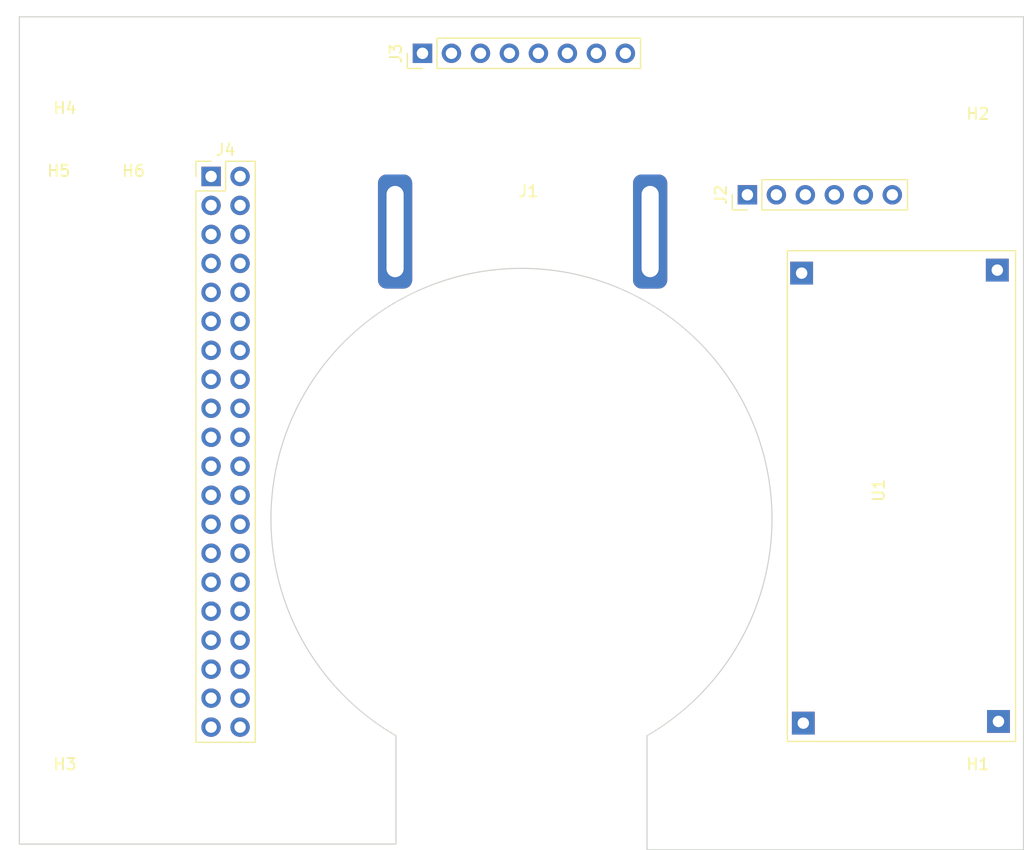
<source format=kicad_pcb>
(kicad_pcb (version 20211014) (generator pcbnew)
  (layers (0 "F.Cu" signal) (31 "B.Cu" signal) (34 "B.Paste" user) (35 "F.Paste" user) (36 "B.SilkS" user "B.Silkscreen") (37 "F.SilkS" user "F.Silkscreen") (38 "B.Mask" user) (39 "F.Mask" user) (44 "Edge.Cuts" user))
  (net 0 "")
  (net 35 "GND")
  (net 36 "VCC")
  (net 37 "/3.3V")
  (net 38 "/SCL")
  (net 39 "/SDA")
  (net 40 "/brake")
  (net 41 "/PWM")
  (net 42 "/CW{slash}CCW")
  (net 43 "/CHB")
  (net 44 "/CHA")
  (net 45 "/5VB")
  (footprint "Connector_PinHeader_2.54mm:PinHeader_2x20_P2.54mm_Vertical" (layer "F.Cu") (at 111.8 58.99)
    (fp_text reference "J4" (at 1.27 -2.33) (layer "F.SilkS"))
    (fp_text value "Conn_02x20_Odd_Even")
    (fp_line (start -1.33 1.27) (end -1.33 49.59) (layer "F.SilkS") (width 0.12))
    (fp_line (start -1.33 0) (end -1.33 -1.33) (layer "F.SilkS") (width 0.12))
    (fp_line (start -1.33 -1.33) (end 0 -1.33) (layer "F.SilkS") (width 0.12))
    (fp_line (start 1.27 1.27) (end 1.27 -1.33) (layer "F.SilkS") (width 0.12))
    (fp_line (start 3.87 -1.33) (end 3.87 49.59) (layer "F.SilkS") (width 0.12))
    (fp_line (start -1.33 49.59) (end 3.87 49.59) (layer "F.SilkS") (width 0.12))
    (fp_line (start 1.27 -1.33) (end 3.87 -1.33) (layer "F.SilkS") (width 0.12))
    (fp_line (start -1.33 1.27) (end 1.27 1.27) (layer "F.SilkS") (width 0.12))
    (pad "1" thru_hole rect (at 0 0) (size 1.7 1.7) (drill 1) (layers *.Cu *.Mask) (net 37 "/3.3V"))
    (pad "2" thru_hole oval (at 2.54 0) (size 1.7 1.7) (drill 1) (layers *.Cu *.Mask) (net 45 "/5VB"))
    (pad "3" thru_hole oval (at 0 2.54) (size 1.7 1.7) (drill 1) (layers *.Cu *.Mask) (net 39 "/SDA"))
    (pad "4" thru_hole oval (at 2.54 2.54) (size 1.7 1.7) (drill 1) (layers *.Cu *.Mask))
    (pad "5" thru_hole oval (at 0 5.08) (size 1.7 1.7) (drill 1) (layers *.Cu *.Mask) (net 38 "/SCL"))
    (pad "6" thru_hole oval (at 2.54 5.08) (size 1.7 1.7) (drill 1) (layers *.Cu *.Mask))
    (pad "7" thru_hole oval (at 0 7.62) (size 1.7 1.7) (drill 1) (layers *.Cu *.Mask))
    (pad "8" thru_hole oval (at 2.54 7.62) (size 1.7 1.7) (drill 1) (layers *.Cu *.Mask))
    (pad "9" thru_hole oval (at 0 10.16) (size 1.7 1.7) (drill 1) (layers *.Cu *.Mask))
    (pad "10" thru_hole oval (at 2.54 10.16) (size 1.7 1.7) (drill 1) (layers *.Cu *.Mask))
    (pad "11" thru_hole oval (at 0 12.7) (size 1.7 1.7) (drill 1) (layers *.Cu *.Mask))
    (pad "12" thru_hole oval (at 2.54 12.7) (size 1.7 1.7) (drill 1) (layers *.Cu *.Mask))
    (pad "13" thru_hole oval (at 0 15.24) (size 1.7 1.7) (drill 1) (layers *.Cu *.Mask))
    (pad "14" thru_hole oval (at 2.54 15.24) (size 1.7 1.7) (drill 1) (layers *.Cu *.Mask))
    (pad "15" thru_hole oval (at 0 17.78) (size 1.7 1.7) (drill 1) (layers *.Cu *.Mask))
    (pad "16" thru_hole oval (at 2.54 17.78) (size 1.7 1.7) (drill 1) (layers *.Cu *.Mask))
    (pad "17" thru_hole oval (at 0 20.32) (size 1.7 1.7) (drill 1) (layers *.Cu *.Mask))
    (pad "18" thru_hole oval (at 2.54 20.32) (size 1.7 1.7) (drill 1) (layers *.Cu *.Mask))
    (pad "19" thru_hole oval (at 0 22.86) (size 1.7 1.7) (drill 1) (layers *.Cu *.Mask))
    (pad "20" thru_hole oval (at 2.54 22.86) (size 1.7 1.7) (drill 1) (layers *.Cu *.Mask))
    (pad "21" thru_hole oval (at 0 25.4) (size 1.7 1.7) (drill 1) (layers *.Cu *.Mask))
    (pad "22" thru_hole oval (at 2.54 25.4) (size 1.7 1.7) (drill 1) (layers *.Cu *.Mask))
    (pad "23" thru_hole oval (at 0 27.94) (size 1.7 1.7) (drill 1) (layers *.Cu *.Mask))
    (pad "24" thru_hole oval (at 2.54 27.94) (size 1.7 1.7) (drill 1) (layers *.Cu *.Mask))
    (pad "25" thru_hole oval (at 0 30.48) (size 1.7 1.7) (drill 1) (layers *.Cu *.Mask))
    (pad "26" thru_hole oval (at 2.54 30.48) (size 1.7 1.7) (drill 1) (layers *.Cu *.Mask))
    (pad "27" thru_hole oval (at 0 33.02) (size 1.7 1.7) (drill 1) (layers *.Cu *.Mask))
    (pad "28" thru_hole oval (at 2.54 33.02) (size 1.7 1.7) (drill 1) (layers *.Cu *.Mask))
    (pad "29" thru_hole oval (at 0 35.56) (size 1.7 1.7) (drill 1) (layers *.Cu *.Mask) (net 40 "/brake"))
    (pad "30" thru_hole oval (at 2.54 35.56) (size 1.7 1.7) (drill 1) (layers *.Cu *.Mask))
    (pad "31" thru_hole oval (at 0 38.1) (size 1.7 1.7) (drill 1) (layers *.Cu *.Mask) (net 42 "/CW{slash}CCW"))
    (pad "32" thru_hole oval (at 2.54 38.1) (size 1.7 1.7) (drill 1) (layers *.Cu *.Mask) (net 41 "/PWM"))
    (pad "33" thru_hole oval (at 0 40.64) (size 1.7 1.7) (drill 1) (layers *.Cu *.Mask) (net 43 "/CHB"))
    (pad "34" thru_hole oval (at 2.54 40.64) (size 1.7 1.7) (drill 1) (layers *.Cu *.Mask))
    (pad "35" thru_hole oval (at 0 43.18) (size 1.7 1.7) (drill 1) (layers *.Cu *.Mask) (net 44 "/CHA"))
    (pad "36" thru_hole oval (at 2.54 43.18) (size 1.7 1.7) (drill 1) (layers *.Cu *.Mask))
    (pad "37" thru_hole oval (at 0 45.72) (size 1.7 1.7) (drill 1) (layers *.Cu *.Mask))
    (pad "38" thru_hole oval (at 2.54 45.72) (size 1.7 1.7) (drill 1) (layers *.Cu *.Mask))
    (pad "39" thru_hole oval (at 0 48.26) (size 1.7 1.7) (drill 1) (layers *.Cu *.Mask))
    (pad "40" thru_hole oval (at 2.54 48.26) (size 1.7 1.7) (drill 1) (layers *.Cu *.Mask))
  )
  (footprint "cube:24V_Li_batt" (layer "F.Cu") (at 129.956 58.231)
    (fp_text reference "J1" (at 9.652 2.056 unlocked) (layer "F.SilkS"))
    (fp_text value "Li 24V Battery")
    (pad "GND" thru_hole roundrect (at 20.32 5.588) (size 3 10) (drill oval 1.5 8) (layers *.Cu *.Mask) (net 35 "GND"))
    (pad "VCC" thru_hole roundrect (at -2.032 5.588) (size 3 10) (drill oval 1.5 8) (layers *.Cu *.Mask) (net 36 "VCC"))
  )
  (footprint "Connector_PinHeader_2.54mm:PinHeader_1x06_P2.54mm_Vertical" (layer "F.Cu") (at 158.8 60.6 90)
    (fp_text reference "J2" (at 0 -2.33 90) (layer "F.SilkS"))
    (fp_text value "MPU 6050")
    (fp_line (start 1.33 1.27) (end 1.33 14.03) (layer "F.SilkS") (width 0.12))
    (fp_line (start -1.33 0) (end -1.33 -1.33) (layer "F.SilkS") (width 0.12))
    (fp_line (start -1.33 1.27) (end -1.33 14.03) (layer "F.SilkS") (width 0.12))
    (fp_line (start -1.33 14.03) (end 1.33 14.03) (layer "F.SilkS") (width 0.12))
    (fp_line (start -1.33 -1.33) (end 0 -1.33) (layer "F.SilkS") (width 0.12))
    (fp_line (start -1.33 1.27) (end 1.33 1.27) (layer "F.SilkS") (width 0.12))
    (pad "1" thru_hole rect (at 0 0 90) (size 1.7 1.7) (drill 1) (layers *.Cu *.Mask) (net 37 "/3.3V"))
    (pad "2" thru_hole oval (at 0 2.54 90) (size 1.7 1.7) (drill 1) (layers *.Cu *.Mask))
    (pad "3" thru_hole oval (at 0 5.08 90) (size 1.7 1.7) (drill 1) (layers *.Cu *.Mask) (net 35 "GND"))
    (pad "4" thru_hole oval (at 0 7.62 90) (size 1.7 1.7) (drill 1) (layers *.Cu *.Mask) (net 38 "/SCL"))
    (pad "5" thru_hole oval (at 0 10.16 90) (size 1.7 1.7) (drill 1) (layers *.Cu *.Mask) (net 39 "/SDA"))
    (pad "6" thru_hole oval (at 0 12.7 90) (size 1.7 1.7) (drill 1) (layers *.Cu *.Mask))
  )
  (footprint "cube:LM2596S_mod" (layer "F.Cu") (at 172.2 86.4 90)
    (fp_text reference "U1" (at -0.1 -1.9 90 unlocked) (layer "F.SilkS"))
    (fp_text value "LM2596S")
    (fp_rect (start -22.1 -9.9) (end 20.9 10.1) (layer "F.SilkS") (width 0.12) (fill none))
    (pad "1" thru_hole rect (at -20.5 -8.5 90) (size 2 2) (drill 1) (layers *.Cu *.Mask) (net 36 "VCC"))
    (pad "2" thru_hole rect (at -20.35 8.6 90) (size 2 2) (drill 1) (layers *.Cu *.Mask) (net 35 "GND"))
    (pad "3" thru_hole rect (at 18.936 -8.648 90) (size 2 2) (drill 1) (layers *.Cu *.Mask) (net 45 "/5VB"))
    (pad "4" thru_hole rect (at 19.2 8.5 90) (size 2 2) (drill 1) (layers *.Cu *.Mask) (net 35 "GND"))
  )
  (footprint "MountingHole:MountingHole_2.5mm" (layer "F.Cu") (at 179 49)
    (fp_text reference "H2" (at 0 4.5) (layer "F.SilkS"))
    (fp_text value "MountingHole")
    (pad "" np_thru_hole circle (at 0 0) (size 2.5 2.5) (drill 2.5) (layers *.Cu *.Mask))
  )
  (footprint "MountingHole:MountingHole_2.5mm" (layer "F.Cu") (at 99 114)
    (fp_text reference "H3" (at 0 -3.5) (layer "F.SilkS"))
    (fp_text value "MountingHole")
    (pad "" np_thru_hole circle (at 0 0) (size 2.5 2.5) (drill 2.5) (layers *.Cu *.Mask))
  )
  (footprint "MountingHole:MountingHole_2.5mm" (layer "F.Cu") (at 98.45 62)
    (fp_text reference "H5" (at 0 -3.5) (layer "F.SilkS"))
    (fp_text value "MountingHole")
    (pad "" np_thru_hole circle (at 0 0) (size 2.5 2.5) (drill 2.5) (layers *.Cu *.Mask))
  )
  (footprint "Connector_PinHeader_2.54mm:PinHeader_1x08_P2.54mm_Vertical" (layer "F.Cu") (at 130.325 48.2 90)
    (fp_text reference "J3" (at 0 -2.33 90) (layer "F.SilkS"))
    (fp_text value "Conn_01x08")
    (fp_line (start -1.33 1.27) (end -1.33 19.11) (layer "F.SilkS") (width 0.12))
    (fp_line (start 1.33 1.27) (end 1.33 19.11) (layer "F.SilkS") (width 0.12))
    (fp_line (start -1.33 -1.33) (end 0 -1.33) (layer "F.SilkS") (width 0.12))
    (fp_line (start -1.33 0) (end -1.33 -1.33) (layer "F.SilkS") (width 0.12))
    (fp_line (start -1.33 19.11) (end 1.33 19.11) (layer "F.SilkS") (width 0.12))
    (fp_line (start -1.33 1.27) (end 1.33 1.27) (layer "F.SilkS") (width 0.12))
    (pad "1" thru_hole rect (at 0 0 90) (size 1.7 1.7) (drill 1) (layers *.Cu *.Mask) (net 36 "VCC"))
    (pad "2" thru_hole oval (at 0 2.54 90) (size 1.7 1.7) (drill 1) (layers *.Cu *.Mask) (net 35 "GND"))
    (pad "3" thru_hole oval (at 0 5.08 90) (size 1.7 1.7) (drill 1) (layers *.Cu *.Mask) (net 40 "/brake"))
    (pad "4" thru_hole oval (at 0 7.62 90) (size 1.7 1.7) (drill 1) (layers *.Cu *.Mask) (net 41 "/PWM"))
    (pad "5" thru_hole oval (at 0 10.16 90) (size 1.7 1.7) (drill 1) (layers *.Cu *.Mask) (net 42 "/CW{slash}CCW"))
    (pad "6" thru_hole oval (at 0 12.7 90) (size 1.7 1.7) (drill 1) (layers *.Cu *.Mask))
    (pad "7" thru_hole oval (at 0 15.24 90) (size 1.7 1.7) (drill 1) (layers *.Cu *.Mask) (net 43 "/CHB"))
    (pad "8" thru_hole oval (at 0 17.78 90) (size 1.7 1.7) (drill 1) (layers *.Cu *.Mask) (net 44 "/CHA"))
  )
  (footprint "MountingHole:MountingHole_2.5mm" (layer "F.Cu") (at 179 114)
    (fp_text reference "H1" (at 0 -3.5) (layer "F.SilkS"))
    (fp_text value "MountingHole")
    (pad "" np_thru_hole circle (at 0 0) (size 2.5 2.5) (drill 2.5) (layers *.Cu *.Mask))
  )
  (footprint "MountingHole:MountingHole_2.5mm" (layer "F.Cu") (at 99 49)
    (fp_text reference "H4" (at 0 4) (layer "F.SilkS"))
    (fp_text value "MountingHole")
    (pad "" np_thru_hole circle (at 0 0) (size 2.5 2.5) (drill 2.5) (layers *.Cu *.Mask))
  )
  (footprint "MountingHole:MountingHole_2.5mm" (layer "F.Cu") (at 105 62)
    (fp_text reference "H6" (at 0 -3.5) (layer "F.SilkS"))
    (fp_text value "MountingHole")
    (pad "" np_thru_hole circle (at 0 0) (size 2.5 2.5) (drill 2.5) (layers *.Cu *.Mask))
  )
  (gr_line (start 95 117.5) (end 128 117.5) (layer "Edge.Cuts") (width 0.1))
  (gr_arc (start 128 108) (mid 139 67.045502) (end 150 108) (layer "Edge.Cuts") (width 0.1))
  (gr_line (start 150 108) (end 150 118) (layer "Edge.Cuts") (width 0.1))
  (gr_line (start 128 117.5) (end 128 108) (layer "Edge.Cuts") (width 0.1))
  (gr_line (start 95 45) (end 95 117.5) (layer "Edge.Cuts") (width 0.1))
  (gr_line (start 150 118) (end 183 118) (layer "Edge.Cuts") (width 0.1))
  (gr_line (start 183 45) (end 95 45) (layer "Edge.Cuts") (width 0.1))
  (gr_line (start 183 118) (end 183 45) (layer "Edge.Cuts") (width 0.1))
)
</source>
